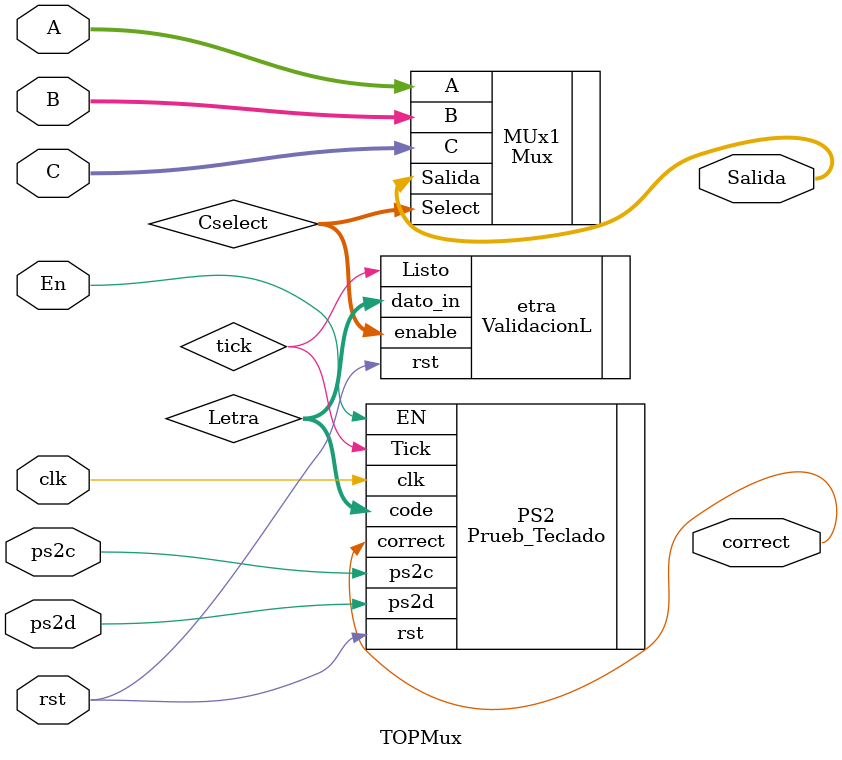
<source format=v>
`timescale 1ns / 1ps
module TOPMux#(parameter size=22)
(
    input ps2d,
    input ps2c,
    input En,
    input rst,
    input clk,
    input [21:0] A,
    input [21:0] B,
    input [21:0] C,
	 output correct,
    output [21:0] Salida
    );
wire [1:0]Cselect;
wire tick;
wire [7:0] Letra;

Prueb_Teclado PS2(
		.clk(clk),
		.rst(rst),
		.ps2d(ps2d),
		.ps2c(ps2c),
		.EN(En),
		.code(Letra),
		.Tick(tick),
		.correct(correct)
    );

ValidacionL etra(
    .dato_in(Letra),
    .Listo(tick),
    .rst(rst),
    .enable(Cselect)
    );
	 
Mux #(size) MUx1
	(
		.A(A), 
		.B(B), 
		.C(C),
		.Select(Cselect),
		.Salida(Salida)
    );

endmodule

</source>
